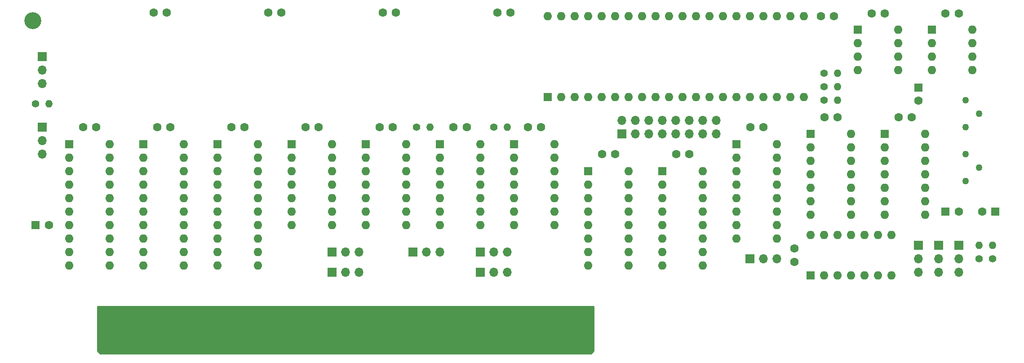
<source format=gbr>
G04 #@! TF.GenerationSoftware,KiCad,Pcbnew,(5.1.8)-1*
G04 #@! TF.CreationDate,2020-12-10T15:49:41+09:00*
G04 #@! TF.ProjectId,EX_MEM_AND_FM,45585f4d-454d-45f4-914e-445f464d2e6b,0.2*
G04 #@! TF.SameCoordinates,PX120bdf8PY82ed558*
G04 #@! TF.FileFunction,Soldermask,Bot*
G04 #@! TF.FilePolarity,Negative*
%FSLAX46Y46*%
G04 Gerber Fmt 4.6, Leading zero omitted, Abs format (unit mm)*
G04 Created by KiCad (PCBNEW (5.1.8)-1) date 2020-12-10 15:49:41*
%MOMM*%
%LPD*%
G01*
G04 APERTURE LIST*
%ADD10C,1.400000*%
%ADD11O,1.400000X1.400000*%
%ADD12R,1.600000X1.600000*%
%ADD13O,1.600000X1.600000*%
%ADD14C,1.260000*%
%ADD15R,1.700000X1.700000*%
%ADD16O,1.700000X1.700000*%
%ADD17C,1.600000*%
%ADD18C,3.200000*%
%ADD19C,0.254000*%
%ADD20C,0.100000*%
G04 APERTURE END LIST*
D10*
X183007000Y17907000D03*
D11*
X183007000Y20447000D03*
D10*
X185547000Y17907000D03*
D11*
X185547000Y20447000D03*
D12*
X151257000Y14732000D03*
D13*
X166497000Y22352000D03*
X153797000Y14732000D03*
X163957000Y22352000D03*
X156337000Y14732000D03*
X161417000Y22352000D03*
X158877000Y14732000D03*
X158877000Y22352000D03*
X161417000Y14732000D03*
X156337000Y22352000D03*
X163957000Y14732000D03*
X153797000Y22352000D03*
X166497000Y14732000D03*
X151257000Y22352000D03*
D12*
X165227000Y41402000D03*
D13*
X172847000Y26162000D03*
X165227000Y38862000D03*
X172847000Y28702000D03*
X165227000Y36322000D03*
X172847000Y31242000D03*
X165227000Y33782000D03*
X172847000Y33782000D03*
X165227000Y31242000D03*
X172847000Y36322000D03*
X165227000Y28702000D03*
X172847000Y38862000D03*
X165227000Y26162000D03*
X172847000Y41402000D03*
D12*
X137287000Y39497000D03*
D13*
X144907000Y21717000D03*
X137287000Y36957000D03*
X144907000Y24257000D03*
X137287000Y34417000D03*
X144907000Y26797000D03*
X137287000Y31877000D03*
X144907000Y29337000D03*
X137287000Y29337000D03*
X144907000Y31877000D03*
X137287000Y26797000D03*
X144907000Y34417000D03*
X137287000Y24257000D03*
X144907000Y36957000D03*
X137287000Y21717000D03*
X144907000Y39497000D03*
D12*
X123317000Y34417000D03*
D13*
X130937000Y16637000D03*
X123317000Y31877000D03*
X130937000Y19177000D03*
X123317000Y29337000D03*
X130937000Y21717000D03*
X123317000Y26797000D03*
X130937000Y24257000D03*
X123317000Y24257000D03*
X130937000Y26797000D03*
X123317000Y21717000D03*
X130937000Y29337000D03*
X123317000Y19177000D03*
X130937000Y31877000D03*
X123317000Y16637000D03*
X130937000Y34417000D03*
D12*
X109347000Y34417000D03*
D13*
X116967000Y16637000D03*
X109347000Y31877000D03*
X116967000Y19177000D03*
X109347000Y29337000D03*
X116967000Y21717000D03*
X109347000Y26797000D03*
X116967000Y24257000D03*
X109347000Y24257000D03*
X116967000Y26797000D03*
X109347000Y21717000D03*
X116967000Y29337000D03*
X109347000Y19177000D03*
X116967000Y31877000D03*
X109347000Y16637000D03*
X116967000Y34417000D03*
D12*
X95377000Y39497000D03*
D13*
X102997000Y24257000D03*
X95377000Y36957000D03*
X102997000Y26797000D03*
X95377000Y34417000D03*
X102997000Y29337000D03*
X95377000Y31877000D03*
X102997000Y31877000D03*
X95377000Y29337000D03*
X102997000Y34417000D03*
X95377000Y26797000D03*
X102997000Y36957000D03*
X95377000Y24257000D03*
X102997000Y39497000D03*
D12*
X81407000Y39497000D03*
D13*
X89027000Y24257000D03*
X81407000Y36957000D03*
X89027000Y26797000D03*
X81407000Y34417000D03*
X89027000Y29337000D03*
X81407000Y31877000D03*
X89027000Y31877000D03*
X81407000Y29337000D03*
X89027000Y34417000D03*
X81407000Y26797000D03*
X89027000Y36957000D03*
X81407000Y24257000D03*
X89027000Y39497000D03*
D12*
X151257000Y41402000D03*
D13*
X158877000Y26162000D03*
X151257000Y38862000D03*
X158877000Y28702000D03*
X151257000Y36322000D03*
X158877000Y31242000D03*
X151257000Y33782000D03*
X158877000Y33782000D03*
X151257000Y31242000D03*
X158877000Y36322000D03*
X151257000Y28702000D03*
X158877000Y38862000D03*
X151257000Y26162000D03*
X158877000Y41402000D03*
D12*
X67437000Y39497000D03*
D13*
X75057000Y24257000D03*
X67437000Y36957000D03*
X75057000Y26797000D03*
X67437000Y34417000D03*
X75057000Y29337000D03*
X67437000Y31877000D03*
X75057000Y31877000D03*
X67437000Y29337000D03*
X75057000Y34417000D03*
X67437000Y26797000D03*
X75057000Y36957000D03*
X67437000Y24257000D03*
X75057000Y39497000D03*
D12*
X53467000Y39497000D03*
D13*
X61087000Y24257000D03*
X53467000Y36957000D03*
X61087000Y26797000D03*
X53467000Y34417000D03*
X61087000Y29337000D03*
X53467000Y31877000D03*
X61087000Y31877000D03*
X53467000Y29337000D03*
X61087000Y34417000D03*
X53467000Y26797000D03*
X61087000Y36957000D03*
X53467000Y24257000D03*
X61087000Y39497000D03*
D12*
X39497000Y39497000D03*
D13*
X47117000Y16637000D03*
X39497000Y36957000D03*
X47117000Y19177000D03*
X39497000Y34417000D03*
X47117000Y21717000D03*
X39497000Y31877000D03*
X47117000Y24257000D03*
X39497000Y29337000D03*
X47117000Y26797000D03*
X39497000Y26797000D03*
X47117000Y29337000D03*
X39497000Y24257000D03*
X47117000Y31877000D03*
X39497000Y21717000D03*
X47117000Y34417000D03*
X39497000Y19177000D03*
X47117000Y36957000D03*
X39497000Y16637000D03*
X47117000Y39497000D03*
D12*
X25527000Y39497000D03*
D13*
X33147000Y16637000D03*
X25527000Y36957000D03*
X33147000Y19177000D03*
X25527000Y34417000D03*
X33147000Y21717000D03*
X25527000Y31877000D03*
X33147000Y24257000D03*
X25527000Y29337000D03*
X33147000Y26797000D03*
X25527000Y26797000D03*
X33147000Y29337000D03*
X25527000Y24257000D03*
X33147000Y31877000D03*
X25527000Y21717000D03*
X33147000Y34417000D03*
X25527000Y19177000D03*
X33147000Y36957000D03*
X25527000Y16637000D03*
X33147000Y39497000D03*
D12*
X11557000Y39497000D03*
D13*
X19177000Y16637000D03*
X11557000Y36957000D03*
X19177000Y19177000D03*
X11557000Y34417000D03*
X19177000Y21717000D03*
X11557000Y31877000D03*
X19177000Y24257000D03*
X11557000Y29337000D03*
X19177000Y26797000D03*
X11557000Y26797000D03*
X19177000Y29337000D03*
X11557000Y24257000D03*
X19177000Y31877000D03*
X11557000Y21717000D03*
X19177000Y34417000D03*
X11557000Y19177000D03*
X19177000Y36957000D03*
X11557000Y16637000D03*
X19177000Y39497000D03*
D12*
X174117000Y61087000D03*
D13*
X181737000Y53467000D03*
X174117000Y58547000D03*
X181737000Y56007000D03*
X174117000Y56007000D03*
X181737000Y58547000D03*
X174117000Y53467000D03*
X181737000Y61087000D03*
D12*
X160147000Y61087000D03*
D13*
X167767000Y53467000D03*
X160147000Y58547000D03*
X167767000Y56007000D03*
X160147000Y56007000D03*
X167767000Y58547000D03*
X160147000Y53467000D03*
X167767000Y61087000D03*
D12*
X101727000Y48387000D03*
D13*
X149987000Y63627000D03*
X104267000Y48387000D03*
X147447000Y63627000D03*
X106807000Y48387000D03*
X144907000Y63627000D03*
X109347000Y48387000D03*
X142367000Y63627000D03*
X111887000Y48387000D03*
X139827000Y63627000D03*
X114427000Y48387000D03*
X137287000Y63627000D03*
X116967000Y48387000D03*
X134747000Y63627000D03*
X119507000Y48387000D03*
X132207000Y63627000D03*
X122047000Y48387000D03*
X129667000Y63627000D03*
X124587000Y48387000D03*
X127127000Y63627000D03*
X127127000Y48387000D03*
X124587000Y63627000D03*
X129667000Y48387000D03*
X122047000Y63627000D03*
X132207000Y48387000D03*
X119507000Y63627000D03*
X134747000Y48387000D03*
X116967000Y63627000D03*
X137287000Y48387000D03*
X114427000Y63627000D03*
X139827000Y48387000D03*
X111887000Y63627000D03*
X142367000Y48387000D03*
X109347000Y63627000D03*
X144907000Y48387000D03*
X106807000Y63627000D03*
X147447000Y48387000D03*
X104267000Y63627000D03*
X149987000Y48387000D03*
X101727000Y63627000D03*
D14*
X180467000Y32512000D03*
X183007000Y35052000D03*
X180467000Y37592000D03*
X180467000Y42672000D03*
X183007000Y45212000D03*
X180467000Y47752000D03*
D10*
X153797000Y47752000D03*
D11*
X156337000Y47752000D03*
D10*
X153797000Y52832000D03*
D11*
X156337000Y52832000D03*
D10*
X153797000Y50292000D03*
D11*
X156337000Y50292000D03*
D10*
X91567000Y42672000D03*
D11*
X94107000Y42672000D03*
D10*
X76962000Y42672000D03*
D11*
X79502000Y42672000D03*
D10*
X5207000Y47117000D03*
D11*
X7747000Y47117000D03*
D15*
X61087000Y15367000D03*
D16*
X63627000Y15367000D03*
X66167000Y15367000D03*
D15*
X179197000Y20447000D03*
D16*
X179197000Y17907000D03*
X179197000Y15367000D03*
D15*
X61087000Y19177000D03*
D16*
X63627000Y19177000D03*
X66167000Y19177000D03*
D15*
X175387000Y20447000D03*
D16*
X175387000Y17907000D03*
X175387000Y15367000D03*
D15*
X139827000Y17907000D03*
D16*
X142367000Y17907000D03*
X144907000Y17907000D03*
D15*
X171577000Y20447000D03*
D16*
X171577000Y17907000D03*
X171577000Y15367000D03*
D15*
X115697000Y41402000D03*
D16*
X115697000Y43942000D03*
X118237000Y41402000D03*
X118237000Y43942000D03*
X120777000Y41402000D03*
X120777000Y43942000D03*
X123317000Y41402000D03*
X123317000Y43942000D03*
X125857000Y41402000D03*
X125857000Y43942000D03*
X128397000Y41402000D03*
X128397000Y43942000D03*
X130937000Y41402000D03*
X130937000Y43942000D03*
X133477000Y41402000D03*
X133477000Y43942000D03*
D15*
X89027000Y15367000D03*
D16*
X91567000Y15367000D03*
X94107000Y15367000D03*
D15*
X89027000Y19177000D03*
D16*
X91567000Y19177000D03*
X94107000Y19177000D03*
D15*
X76327000Y19177000D03*
D16*
X78867000Y19177000D03*
X81407000Y19177000D03*
D15*
X6477000Y42672000D03*
D16*
X6477000Y40132000D03*
X6477000Y37592000D03*
D15*
X6477000Y56007000D03*
D16*
X6477000Y53467000D03*
X6477000Y50927000D03*
D12*
X176657000Y26797000D03*
D17*
X179157000Y26797000D03*
D12*
X186055000Y26797000D03*
D17*
X183555000Y26797000D03*
D12*
X171577000Y50165000D03*
D17*
X171577000Y47665000D03*
X176657000Y64135000D03*
X179157000Y64135000D03*
X165227000Y64135000D03*
X162727000Y64135000D03*
X153162000Y63627000D03*
X155662000Y63627000D03*
X148209000Y19812000D03*
X148209000Y17312000D03*
X142367000Y42672000D03*
X139867000Y42672000D03*
X170307000Y44577000D03*
X167807000Y44577000D03*
X156337000Y44577000D03*
X153837000Y44577000D03*
X128397000Y37592000D03*
X125897000Y37592000D03*
X92202000Y64262000D03*
X94702000Y64262000D03*
X70612000Y64262000D03*
X73112000Y64262000D03*
X49022000Y64262000D03*
X51522000Y64262000D03*
X27432000Y64262000D03*
X29932000Y64262000D03*
X86447000Y42672000D03*
X83947000Y42672000D03*
X114427000Y37592000D03*
X111927000Y37592000D03*
X100457000Y42672000D03*
X97957000Y42672000D03*
X72517000Y42672000D03*
X70017000Y42672000D03*
X58547000Y42672000D03*
X56047000Y42672000D03*
X44577000Y42672000D03*
X42077000Y42672000D03*
X30607000Y42672000D03*
X28107000Y42672000D03*
X16637000Y42672000D03*
X14137000Y42672000D03*
D12*
X5207000Y24257000D03*
D17*
X7707000Y24257000D03*
D18*
X4699000Y62738000D03*
D19*
X110363000Y508000D02*
X109855000Y0D01*
X17399000Y0D01*
X16891000Y508000D01*
X16891000Y8890000D01*
X110363000Y8890000D01*
X110363000Y508000D01*
D20*
G36*
X110363000Y508000D02*
G01*
X109855000Y0D01*
X17399000Y0D01*
X16891000Y508000D01*
X16891000Y8890000D01*
X110363000Y8890000D01*
X110363000Y508000D01*
G37*
M02*

</source>
